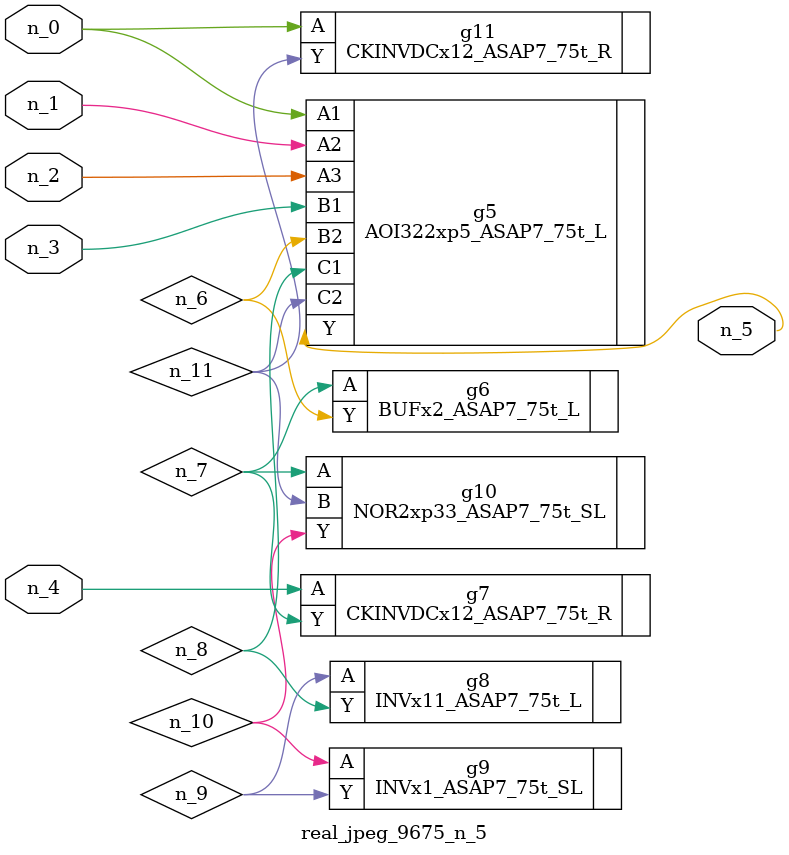
<source format=v>
module real_jpeg_9675_n_5 (n_4, n_0, n_1, n_2, n_3, n_5);

input n_4;
input n_0;
input n_1;
input n_2;
input n_3;

output n_5;

wire n_8;
wire n_11;
wire n_6;
wire n_7;
wire n_10;
wire n_9;

AOI322xp5_ASAP7_75t_L g5 ( 
.A1(n_0),
.A2(n_1),
.A3(n_2),
.B1(n_3),
.B2(n_6),
.C1(n_8),
.C2(n_11),
.Y(n_5)
);

CKINVDCx12_ASAP7_75t_R g11 ( 
.A(n_0),
.Y(n_11)
);

CKINVDCx12_ASAP7_75t_R g7 ( 
.A(n_4),
.Y(n_7)
);

BUFx2_ASAP7_75t_L g6 ( 
.A(n_7),
.Y(n_6)
);

NOR2xp33_ASAP7_75t_SL g10 ( 
.A(n_7),
.B(n_11),
.Y(n_10)
);

INVx11_ASAP7_75t_L g8 ( 
.A(n_9),
.Y(n_8)
);

INVx1_ASAP7_75t_SL g9 ( 
.A(n_10),
.Y(n_9)
);


endmodule
</source>
